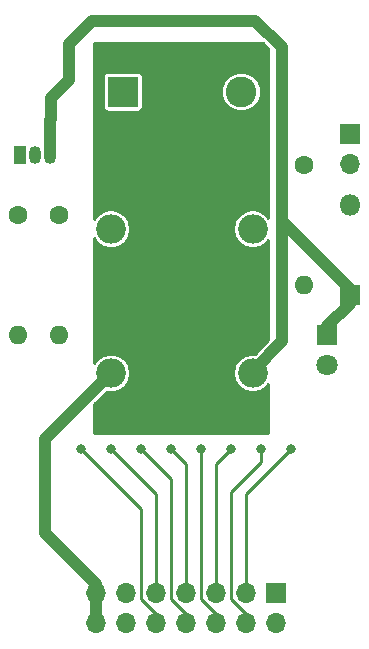
<source format=gbl>
G04 #@! TF.GenerationSoftware,KiCad,Pcbnew,5.0.2-bee76a0~70~ubuntu14.04.1*
G04 #@! TF.CreationDate,2018-12-14T16:10:59-07:00*
G04 #@! TF.ProjectId,relay,72656c61-792e-46b6-9963-61645f706362,rev?*
G04 #@! TF.SameCoordinates,Original*
G04 #@! TF.FileFunction,Copper,L2,Bot*
G04 #@! TF.FilePolarity,Positive*
%FSLAX46Y46*%
G04 Gerber Fmt 4.6, Leading zero omitted, Abs format (unit mm)*
G04 Created by KiCad (PCBNEW 5.0.2-bee76a0~70~ubuntu14.04.1) date Fri 14 Dec 2018 04:10:59 PM MST*
%MOMM*%
%LPD*%
G01*
G04 APERTURE LIST*
G04 #@! TA.AperFunction,ComponentPad*
%ADD10O,1.600000X1.600000*%
G04 #@! TD*
G04 #@! TA.AperFunction,ComponentPad*
%ADD11C,1.600000*%
G04 #@! TD*
G04 #@! TA.AperFunction,ComponentPad*
%ADD12R,1.800000X1.800000*%
G04 #@! TD*
G04 #@! TA.AperFunction,ComponentPad*
%ADD13O,1.800000X1.800000*%
G04 #@! TD*
G04 #@! TA.AperFunction,ComponentPad*
%ADD14C,1.800000*%
G04 #@! TD*
G04 #@! TA.AperFunction,ComponentPad*
%ADD15R,2.600000X2.600000*%
G04 #@! TD*
G04 #@! TA.AperFunction,ComponentPad*
%ADD16C,2.600000*%
G04 #@! TD*
G04 #@! TA.AperFunction,ComponentPad*
%ADD17R,2.500000X2.500000*%
G04 #@! TD*
G04 #@! TA.AperFunction,ComponentPad*
%ADD18O,2.500000X2.500000*%
G04 #@! TD*
G04 #@! TA.AperFunction,ComponentPad*
%ADD19O,1.050000X1.500000*%
G04 #@! TD*
G04 #@! TA.AperFunction,ComponentPad*
%ADD20R,1.050000X1.500000*%
G04 #@! TD*
G04 #@! TA.AperFunction,ComponentPad*
%ADD21R,1.700000X1.700000*%
G04 #@! TD*
G04 #@! TA.AperFunction,ComponentPad*
%ADD22O,1.700000X1.700000*%
G04 #@! TD*
G04 #@! TA.AperFunction,ViaPad*
%ADD23C,0.800000*%
G04 #@! TD*
G04 #@! TA.AperFunction,Conductor*
%ADD24C,1.000000*%
G04 #@! TD*
G04 #@! TA.AperFunction,Conductor*
%ADD25C,4.000000*%
G04 #@! TD*
G04 #@! TA.AperFunction,Conductor*
%ADD26C,0.250000*%
G04 #@! TD*
G04 #@! TA.AperFunction,Conductor*
%ADD27C,0.254000*%
G04 #@! TD*
G04 APERTURE END LIST*
D10*
G04 #@! TO.P,R3,2*
G04 #@! TO.N,trigger*
X89623900Y-85280500D03*
D11*
G04 #@! TO.P,R3,1*
G04 #@! TO.N,Net-(Q1-Pad2)*
X89623900Y-75120500D03*
G04 #@! TD*
D12*
G04 #@! TO.P,D1,1*
G04 #@! TO.N,Net-(D1-Pad1)*
X114208560Y-81889600D03*
D13*
G04 #@! TO.P,D1,2*
G04 #@! TO.N,bus13*
X114208560Y-74269600D03*
G04 #@! TD*
D12*
G04 #@! TO.P,D2,1*
G04 #@! TO.N,Net-(D1-Pad1)*
X112268000Y-85344000D03*
D14*
G04 #@! TO.P,D2,2*
G04 #@! TO.N,Net-(D2-Pad2)*
X112268000Y-87884000D03*
G04 #@! TD*
D15*
G04 #@! TO.P,J3,1*
G04 #@! TO.N,relay_off*
X95001080Y-64698880D03*
D16*
G04 #@! TO.P,J3,2*
G04 #@! TO.N,relay_arm*
X100001080Y-64698880D03*
G04 #@! TO.P,J3,3*
G04 #@! TO.N,relay_on*
X105001080Y-64698880D03*
G04 #@! TD*
D17*
G04 #@! TO.P,K1,1*
G04 #@! TO.N,relay_arm*
X99984560Y-90500200D03*
D18*
G04 #@! TO.P,K1,2*
G04 #@! TO.N,Net-(D1-Pad1)*
X105984560Y-88500200D03*
G04 #@! TO.P,K1,3*
G04 #@! TO.N,relay_on*
X105984560Y-76300200D03*
G04 #@! TO.P,K1,4*
G04 #@! TO.N,relay_off*
X93984560Y-76300200D03*
G04 #@! TO.P,K1,5*
G04 #@! TO.N,bus13*
X93984560Y-88500200D03*
G04 #@! TD*
D19*
G04 #@! TO.P,Q1,2*
G04 #@! TO.N,Net-(Q1-Pad2)*
X87604600Y-70078600D03*
G04 #@! TO.P,Q1,3*
G04 #@! TO.N,Net-(D1-Pad1)*
X88874600Y-70078600D03*
D20*
G04 #@! TO.P,Q1,1*
G04 #@! TO.N,bus11*
X86334600Y-70078600D03*
G04 #@! TD*
D11*
G04 #@! TO.P,R1,1*
G04 #@! TO.N,bus11*
X86144100Y-75120500D03*
D10*
G04 #@! TO.P,R1,2*
G04 #@! TO.N,trigger*
X86144100Y-85280500D03*
G04 #@! TD*
D11*
G04 #@! TO.P,R2,1*
G04 #@! TO.N,bus13*
X110357920Y-70916800D03*
D10*
G04 #@! TO.P,R2,2*
G04 #@! TO.N,Net-(D2-Pad2)*
X110357920Y-81076800D03*
G04 #@! TD*
D21*
G04 #@! TO.P,J2,1*
G04 #@! TO.N,GND*
X114208560Y-68244720D03*
D22*
G04 #@! TO.P,J2,2*
G04 #@! TO.N,VCC*
X114208560Y-70784720D03*
G04 #@! TD*
D21*
G04 #@! TO.P,J4,1*
G04 #@! TO.N,bus1*
X107950000Y-107188000D03*
D22*
G04 #@! TO.P,J4,2*
G04 #@! TO.N,bus2*
X107950000Y-109728000D03*
G04 #@! TO.P,J4,3*
G04 #@! TO.N,bus3*
X105410000Y-107188000D03*
G04 #@! TO.P,J4,4*
G04 #@! TO.N,bus4*
X105410000Y-109728000D03*
G04 #@! TO.P,J4,5*
G04 #@! TO.N,bus5*
X102870000Y-107188000D03*
G04 #@! TO.P,J4,6*
G04 #@! TO.N,bus6*
X102870000Y-109728000D03*
G04 #@! TO.P,J4,7*
G04 #@! TO.N,bus7*
X100330000Y-107188000D03*
G04 #@! TO.P,J4,8*
G04 #@! TO.N,bus8*
X100330000Y-109728000D03*
G04 #@! TO.P,J4,9*
G04 #@! TO.N,bus9*
X97790000Y-107188000D03*
G04 #@! TO.P,J4,10*
G04 #@! TO.N,bus10*
X97790000Y-109728000D03*
G04 #@! TO.P,J4,11*
G04 #@! TO.N,bus11*
X95250000Y-107188000D03*
G04 #@! TO.P,J4,12*
X95250000Y-109728000D03*
G04 #@! TO.P,J4,13*
G04 #@! TO.N,bus13*
X92710000Y-107188000D03*
G04 #@! TO.P,J4,14*
X92710000Y-109728000D03*
G04 #@! TD*
D23*
G04 #@! TO.N,bus3*
X109220000Y-94996000D03*
G04 #@! TO.N,bus4*
X106680000Y-94996000D03*
G04 #@! TO.N,bus5*
X104140000Y-94996000D03*
G04 #@! TO.N,bus6*
X101600000Y-94996000D03*
G04 #@! TO.N,bus7*
X99060000Y-94996000D03*
G04 #@! TO.N,bus8*
X96520000Y-94996000D03*
G04 #@! TO.N,bus9*
X93980000Y-94996000D03*
G04 #@! TO.N,bus10*
X91440000Y-94996000D03*
G04 #@! TD*
D24*
G04 #@! TO.N,Net-(D1-Pad1)*
X114208560Y-82641440D02*
X114208560Y-81889600D01*
X112268000Y-84582000D02*
X114208560Y-82641440D01*
X112268000Y-85344000D02*
X112268000Y-84582000D01*
X105984560Y-88325440D02*
X105984560Y-88500200D01*
X88874600Y-70078600D02*
X88874600Y-67081400D01*
X90424000Y-63754000D02*
X90424000Y-60706000D01*
X88874600Y-67081400D02*
X88900000Y-67056000D01*
X88900000Y-65278000D02*
X90424000Y-63754000D01*
X90424000Y-60706000D02*
X92417990Y-58712010D01*
X106210010Y-58712010D02*
X108458000Y-60960000D01*
X92417990Y-58712010D02*
X106210010Y-58712010D01*
X108458000Y-60960000D02*
X108458000Y-85852000D01*
X88900000Y-67056000D02*
X88900000Y-65278000D01*
X108458000Y-85852000D02*
X105984560Y-88325440D01*
X108458000Y-75692000D02*
X108458000Y-75438000D01*
X114208560Y-81442560D02*
X108458000Y-75692000D01*
X114208560Y-81889600D02*
X114208560Y-81442560D01*
D25*
G04 #@! TO.N,relay_arm*
X100001080Y-90483680D02*
X99984560Y-90500200D01*
D24*
G04 #@! TO.N,bus13*
X92710000Y-106426000D02*
X92710000Y-108966000D01*
X88392000Y-102108000D02*
X92710000Y-106426000D01*
X88392000Y-94092760D02*
X88392000Y-102108000D01*
X93984560Y-88500200D02*
X88392000Y-94092760D01*
D26*
G04 #@! TO.N,bus3*
X105410000Y-106426000D02*
X105410000Y-98806000D01*
X105410000Y-98806000D02*
X109220000Y-94996000D01*
G04 #@! TO.N,bus4*
X104560001Y-108116001D02*
X105410000Y-108966000D01*
X104140000Y-107696000D02*
X104560001Y-108116001D01*
X104140000Y-98586000D02*
X104140000Y-107696000D01*
X106680000Y-96046000D02*
X104140000Y-98586000D01*
X106680000Y-94996000D02*
X106680000Y-96046000D01*
G04 #@! TO.N,bus5*
X102870000Y-96266000D02*
X104140000Y-94996000D01*
X102870000Y-106426000D02*
X102870000Y-96266000D01*
G04 #@! TO.N,bus6*
X101600000Y-107696000D02*
X101600000Y-94996000D01*
X102870000Y-108966000D02*
X101600000Y-107696000D01*
G04 #@! TO.N,bus7*
X100330000Y-96266000D02*
X99060000Y-94996000D01*
X100330000Y-106426000D02*
X100330000Y-96266000D01*
G04 #@! TO.N,bus8*
X99060000Y-97536000D02*
X96520000Y-94996000D01*
X99060000Y-107696000D02*
X99060000Y-97536000D01*
X100330000Y-108966000D02*
X99060000Y-107696000D01*
G04 #@! TO.N,bus9*
X97790000Y-98806000D02*
X93980000Y-94996000D01*
X97790000Y-106426000D02*
X97790000Y-98806000D01*
G04 #@! TO.N,bus10*
X96520000Y-100076000D02*
X91440000Y-94996000D01*
X96520000Y-107696000D02*
X96520000Y-100076000D01*
X97790000Y-108966000D02*
X96520000Y-107696000D01*
G04 #@! TD*
D27*
G04 #@! TO.N,relay_arm*
G36*
X107315000Y-61057266D02*
X107315000Y-75362823D01*
X107157561Y-75127199D01*
X106619384Y-74767600D01*
X106144802Y-74673200D01*
X105824318Y-74673200D01*
X105349736Y-74767600D01*
X104811559Y-75127199D01*
X104451960Y-75665376D01*
X104325686Y-76300200D01*
X104451960Y-76935024D01*
X104811559Y-77473201D01*
X105349736Y-77832800D01*
X105824318Y-77927200D01*
X106144802Y-77927200D01*
X106619384Y-77832800D01*
X107157561Y-77473201D01*
X107315000Y-77237577D01*
X107315000Y-85754735D01*
X106187953Y-86881783D01*
X106144802Y-86873200D01*
X105824318Y-86873200D01*
X105349736Y-86967600D01*
X104811559Y-87327199D01*
X104451960Y-87865376D01*
X104325686Y-88500200D01*
X104451960Y-89135024D01*
X104811559Y-89673201D01*
X105349736Y-90032800D01*
X105824318Y-90127200D01*
X106144802Y-90127200D01*
X106619384Y-90032800D01*
X107157561Y-89673201D01*
X107315000Y-89437577D01*
X107315000Y-93599000D01*
X92583000Y-93599000D01*
X92583000Y-91142024D01*
X93635402Y-90089622D01*
X93824318Y-90127200D01*
X94144802Y-90127200D01*
X94619384Y-90032800D01*
X95157561Y-89673201D01*
X95517160Y-89135024D01*
X95643434Y-88500200D01*
X95517160Y-87865376D01*
X95157561Y-87327199D01*
X94619384Y-86967600D01*
X94144802Y-86873200D01*
X93824318Y-86873200D01*
X93349736Y-86967600D01*
X92811559Y-87327199D01*
X92583000Y-87669261D01*
X92583000Y-77131139D01*
X92811559Y-77473201D01*
X93349736Y-77832800D01*
X93824318Y-77927200D01*
X94144802Y-77927200D01*
X94619384Y-77832800D01*
X95157561Y-77473201D01*
X95517160Y-76935024D01*
X95643434Y-76300200D01*
X95517160Y-75665376D01*
X95157561Y-75127199D01*
X94619384Y-74767600D01*
X94144802Y-74673200D01*
X93824318Y-74673200D01*
X93349736Y-74767600D01*
X92811559Y-75127199D01*
X92583000Y-75469261D01*
X92583000Y-63398880D01*
X93316695Y-63398880D01*
X93316695Y-65998880D01*
X93345955Y-66145978D01*
X93429279Y-66270681D01*
X93553982Y-66354005D01*
X93701080Y-66383265D01*
X96301080Y-66383265D01*
X96448178Y-66354005D01*
X96572881Y-66270681D01*
X96656205Y-66145978D01*
X96685465Y-65998880D01*
X96685465Y-64365304D01*
X103324080Y-64365304D01*
X103324080Y-65032456D01*
X103579388Y-65648824D01*
X104051136Y-66120572D01*
X104667504Y-66375880D01*
X105334656Y-66375880D01*
X105951024Y-66120572D01*
X106422772Y-65648824D01*
X106678080Y-65032456D01*
X106678080Y-64365304D01*
X106422772Y-63748936D01*
X105951024Y-63277188D01*
X105334656Y-63021880D01*
X104667504Y-63021880D01*
X104051136Y-63277188D01*
X103579388Y-63748936D01*
X103324080Y-64365304D01*
X96685465Y-64365304D01*
X96685465Y-63398880D01*
X96656205Y-63251782D01*
X96572881Y-63127079D01*
X96448178Y-63043755D01*
X96301080Y-63014495D01*
X93701080Y-63014495D01*
X93553982Y-63043755D01*
X93429279Y-63127079D01*
X93345955Y-63251782D01*
X93316695Y-63398880D01*
X92583000Y-63398880D01*
X92583000Y-60579000D01*
X106836735Y-60579000D01*
X107315000Y-61057266D01*
X107315000Y-61057266D01*
G37*
X107315000Y-61057266D02*
X107315000Y-75362823D01*
X107157561Y-75127199D01*
X106619384Y-74767600D01*
X106144802Y-74673200D01*
X105824318Y-74673200D01*
X105349736Y-74767600D01*
X104811559Y-75127199D01*
X104451960Y-75665376D01*
X104325686Y-76300200D01*
X104451960Y-76935024D01*
X104811559Y-77473201D01*
X105349736Y-77832800D01*
X105824318Y-77927200D01*
X106144802Y-77927200D01*
X106619384Y-77832800D01*
X107157561Y-77473201D01*
X107315000Y-77237577D01*
X107315000Y-85754735D01*
X106187953Y-86881783D01*
X106144802Y-86873200D01*
X105824318Y-86873200D01*
X105349736Y-86967600D01*
X104811559Y-87327199D01*
X104451960Y-87865376D01*
X104325686Y-88500200D01*
X104451960Y-89135024D01*
X104811559Y-89673201D01*
X105349736Y-90032800D01*
X105824318Y-90127200D01*
X106144802Y-90127200D01*
X106619384Y-90032800D01*
X107157561Y-89673201D01*
X107315000Y-89437577D01*
X107315000Y-93599000D01*
X92583000Y-93599000D01*
X92583000Y-91142024D01*
X93635402Y-90089622D01*
X93824318Y-90127200D01*
X94144802Y-90127200D01*
X94619384Y-90032800D01*
X95157561Y-89673201D01*
X95517160Y-89135024D01*
X95643434Y-88500200D01*
X95517160Y-87865376D01*
X95157561Y-87327199D01*
X94619384Y-86967600D01*
X94144802Y-86873200D01*
X93824318Y-86873200D01*
X93349736Y-86967600D01*
X92811559Y-87327199D01*
X92583000Y-87669261D01*
X92583000Y-77131139D01*
X92811559Y-77473201D01*
X93349736Y-77832800D01*
X93824318Y-77927200D01*
X94144802Y-77927200D01*
X94619384Y-77832800D01*
X95157561Y-77473201D01*
X95517160Y-76935024D01*
X95643434Y-76300200D01*
X95517160Y-75665376D01*
X95157561Y-75127199D01*
X94619384Y-74767600D01*
X94144802Y-74673200D01*
X93824318Y-74673200D01*
X93349736Y-74767600D01*
X92811559Y-75127199D01*
X92583000Y-75469261D01*
X92583000Y-63398880D01*
X93316695Y-63398880D01*
X93316695Y-65998880D01*
X93345955Y-66145978D01*
X93429279Y-66270681D01*
X93553982Y-66354005D01*
X93701080Y-66383265D01*
X96301080Y-66383265D01*
X96448178Y-66354005D01*
X96572881Y-66270681D01*
X96656205Y-66145978D01*
X96685465Y-65998880D01*
X96685465Y-64365304D01*
X103324080Y-64365304D01*
X103324080Y-65032456D01*
X103579388Y-65648824D01*
X104051136Y-66120572D01*
X104667504Y-66375880D01*
X105334656Y-66375880D01*
X105951024Y-66120572D01*
X106422772Y-65648824D01*
X106678080Y-65032456D01*
X106678080Y-64365304D01*
X106422772Y-63748936D01*
X105951024Y-63277188D01*
X105334656Y-63021880D01*
X104667504Y-63021880D01*
X104051136Y-63277188D01*
X103579388Y-63748936D01*
X103324080Y-64365304D01*
X96685465Y-64365304D01*
X96685465Y-63398880D01*
X96656205Y-63251782D01*
X96572881Y-63127079D01*
X96448178Y-63043755D01*
X96301080Y-63014495D01*
X93701080Y-63014495D01*
X93553982Y-63043755D01*
X93429279Y-63127079D01*
X93345955Y-63251782D01*
X93316695Y-63398880D01*
X92583000Y-63398880D01*
X92583000Y-60579000D01*
X106836735Y-60579000D01*
X107315000Y-61057266D01*
G04 #@! TD*
M02*

</source>
